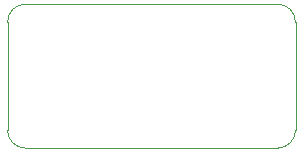
<source format=gbr>
G04 #@! TF.GenerationSoftware,KiCad,Pcbnew,(5.1.4-0-10_14)*
G04 #@! TF.CreationDate,2022-05-27T17:01:38+02:00*
G04 #@! TF.ProjectId,newtrimmer,6e657774-7269-46d6-9d65-722e6b696361,rev?*
G04 #@! TF.SameCoordinates,Original*
G04 #@! TF.FileFunction,Profile,NP*
%FSLAX46Y46*%
G04 Gerber Fmt 4.6, Leading zero omitted, Abs format (unit mm)*
G04 Created by KiCad (PCBNEW (5.1.4-0-10_14)) date 2022-05-27 17:01:38*
%MOMM*%
%LPD*%
G04 APERTURE LIST*
%ADD10C,0.050000*%
G04 APERTURE END LIST*
D10*
X73152000Y-94996000D02*
G75*
G02X71628000Y-93472000I0J1524000D01*
G01*
X96012000Y-93472000D02*
G75*
G02X94488000Y-94996000I-1524000J0D01*
G01*
X94488000Y-82804000D02*
G75*
G02X96012000Y-84328000I0J-1524000D01*
G01*
X71628000Y-84328000D02*
G75*
G02X73152000Y-82804000I1524000J0D01*
G01*
X71628000Y-93472000D02*
X71628000Y-84328000D01*
X94488000Y-94996000D02*
X73152000Y-94996000D01*
X96012000Y-84328000D02*
X96012000Y-93472000D01*
X73152000Y-82804000D02*
X94488000Y-82804000D01*
M02*

</source>
